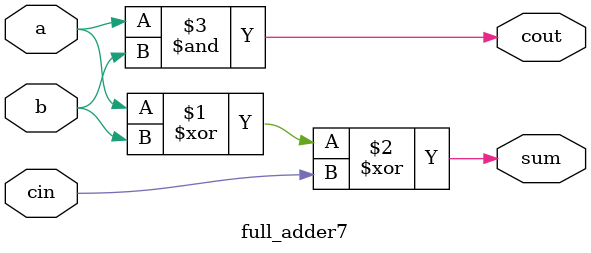
<source format=v>
module full_adder7(a,b,cin,sum,cout);
input a,b,cin;
output sum,cout;
assign sum = a^b^cin;
assign cout = a&b|1'b0; 
// initial begin
//     $display("The incorrect adder with and1 and or1 having out/0 and in2/0");
// end   
endmodule
</source>
